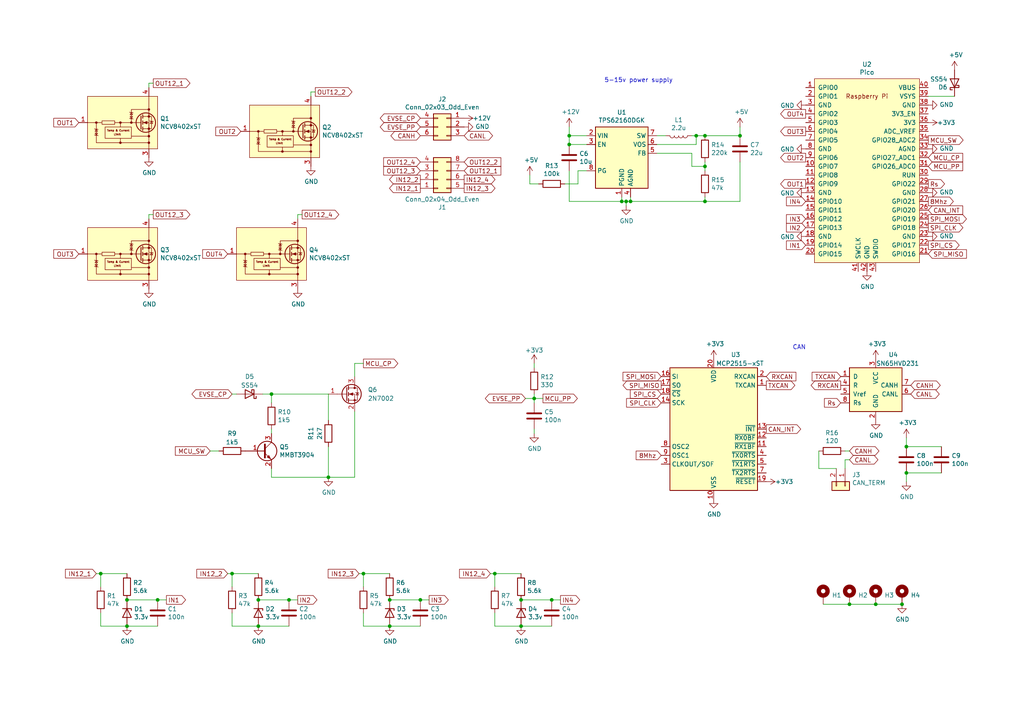
<source format=kicad_sch>
(kicad_sch (version 20211123) (generator eeschema)
  (paper "A4")
  (lib_symbols
    (symbol "Connector_Generic:Conn_01x02" (pin_names (offset 1.016) hide)
      (property "Reference" "J" (at 0 2.54 0))
      (property "Value" "Conn_01x02" (at 0 -5.08 0))
      (symbol "Conn_01x02_1_1"
        (pin passive line (at -5.08 0 0) (length 3.81) (name "Pin_1") (number "1"))
        (pin passive line (at -5.08 -2.54 0) (length 3.81) (name "Pin_2") (number "2"))
      )
    )
    (symbol "Connector_Generic:Conn_02x03_Top_Bottom" (pin_names (offset 1.016) hide)
      (property "Reference" "J" (at 1.27 5.08 0))
      (property "Value" "Conn_02x03_Top_Bottom" (at 1.27 -5.08 0))
      (symbol "Conn_02x03_Top_Bottom_1_1"
        (pin passive line (at -5.08 2.54 0) (length 3.81) (name "Pin_1") (number "1"))
        (pin passive line (at -5.08 0 0) (length 3.81) (name "Pin_2") (number "2"))
        (pin passive line (at -5.08 -2.54 0) (length 3.81) (name "Pin_3") (number "3"))
        (pin passive line (at 7.62 2.54 180) (length 3.81) (name "Pin_4") (number "4"))
        (pin passive line (at 7.62 0 180) (length 3.81) (name "Pin_5") (number "5"))
        (pin passive line (at 7.62 -2.54 180) (length 3.81) (name "Pin_6") (number "6"))
      )
    )
    (symbol "Connector_Generic:Conn_02x04_Top_Bottom" (pin_names (offset 1.016) hide)
      (property "Reference" "J" (at 1.27 5.08 0))
      (property "Value" "Conn_02x04_Top_Bottom" (at 1.27 -7.62 0))
      (symbol "Conn_02x04_Top_Bottom_1_1"
        (pin passive line (at -5.08 2.54 0) (length 3.81) (name "Pin_1") (number "1"))
        (pin passive line (at -5.08 0 0) (length 3.81) (name "Pin_2") (number "2"))
        (pin passive line (at -5.08 -2.54 0) (length 3.81) (name "Pin_3") (number "3"))
        (pin passive line (at -5.08 -5.08 0) (length 3.81) (name "Pin_4") (number "4"))
        (pin passive line (at 7.62 2.54 180) (length 3.81) (name "Pin_5") (number "5"))
        (pin passive line (at 7.62 0 180) (length 3.81) (name "Pin_6") (number "6"))
        (pin passive line (at 7.62 -2.54 180) (length 3.81) (name "Pin_7") (number "7"))
        (pin passive line (at 7.62 -5.08 180) (length 3.81) (name "Pin_8") (number "8"))
      )
    )
    (symbol "Device:C" (pin_numbers hide) (pin_names (offset 0.254))
      (property "Reference" "C" (at 0.635 2.54 0))
      (property "Value" "C" (at 0.635 -2.54 0))
      (symbol "C_1_1"
        (pin passive line (at 0 3.81 270) (length 2.794) (name "~") (number "1"))
        (pin passive line (at 0 -3.81 90) (length 2.794) (name "~") (number "2"))
      )
    )
    (symbol "Device:D_Schottky" (pin_numbers hide) (pin_names (offset 1.016) hide)
      (property "Reference" "D" (at 0 2.54 0))
      (property "Value" "D_Schottky" (at 0 -2.54 0))
      (symbol "D_Schottky_1_1"
        (pin passive line (at -3.81 0 0) (length 2.54) (name "K") (number "1"))
        (pin passive line (at 3.81 0 180) (length 2.54) (name "A") (number "2"))
      )
    )
    (symbol "Device:D_Zener" (pin_numbers hide) (pin_names (offset 1.016) hide)
      (property "Reference" "D" (at 0 2.54 0))
      (property "Value" "D_Zener" (at 0 -2.54 0))
      (symbol "D_Zener_1_1"
        (pin passive line (at -3.81 0 0) (length 2.54) (name "K") (number "1"))
        (pin passive line (at 3.81 0 180) (length 2.54) (name "A") (number "2"))
      )
    )
    (symbol "Device:L" (pin_numbers hide) (pin_names (offset 1.016) hide)
      (property "Reference" "L" (at -1.27 0 90))
      (property "Value" "L" (at 1.905 0 90))
      (symbol "L_1_1"
        (pin passive line (at 0 3.81 270) (length 1.27) (name "1") (number "1"))
        (pin passive line (at 0 -3.81 90) (length 1.27) (name "2") (number "2"))
      )
    )
    (symbol "Device:Q_NMOS_GSD" (pin_names (offset 0) hide)
      (property "Reference" "Q" (at 5.08 1.27 0))
      (property "Value" "Q_NMOS_GSD" (at 5.08 -1.27 0))
      (symbol "Q_NMOS_GSD_1_1"
        (pin input line (at -5.08 0 0) (length 2.54) (name "G") (number "1"))
        (pin passive line (at 2.54 -5.08 90) (length 2.54) (name "S") (number "2"))
        (pin passive line (at 2.54 5.08 270) (length 2.54) (name "D") (number "3"))
      )
    )
    (symbol "Device:R" (pin_numbers hide) (pin_names (offset 0))
      (property "Reference" "R" (at 2.032 0 90))
      (property "Value" "R" (at 0 0 90))
      (symbol "R_1_1"
        (pin passive line (at 0 3.81 270) (length 1.27) (name "~") (number "1"))
        (pin passive line (at 0 -3.81 90) (length 1.27) (name "~") (number "2"))
      )
    )
    (symbol "Driver_FET:NCV8402xST" (pin_names (offset 0) hide)
      (property "Reference" "Q" (at 5.08 8.89 0))
      (property "Value" "NCV8402xST" (at -11.43 8.89 0))
      (symbol "NCV8402xST_0_0"
        (text "Limit" (at -1.524 -3.429 0) (effects (font (size 0.5334 0.5334))))
        (text "Temp & Current" (at -1.27 -2.286 0) (effects (font (size 0.5334 0.5334))))
      )
      (symbol "NCV8402xST_1_1"
        (pin input line (at -12.7 0 0) (length 2.54) (name "G") (number "1"))
        (pin passive line (at 7.62 10.16 270) (length 2.54) hide (name "D") (number "2"))
        (pin passive line (at 7.62 -10.16 90) (length 2.54) (name "S") (number "3"))
        (pin passive line (at 7.62 10.16 270) (length 2.54) (name "D") (number "4"))
      )
    )
    (symbol "Interface_CAN_LIN:MCP2515-xST"
      (property "Reference" "U" (at -10.16 19.685 0))
      (property "Value" "MCP2515-xST" (at 19.05 20.32 0))
      (symbol "MCP2515-xST_1_1"
        (pin output line (at 15.24 12.7 180) (length 2.54) (name "TXCAN") (number "1"))
        (pin power_in line (at 0 -20.32 90) (length 2.54) (name "VSS") (number "10"))
        (pin output line (at 15.24 -5.08 180) (length 2.54) (name "~{RX1BF}") (number "11"))
        (pin output line (at 15.24 -2.54 180) (length 2.54) (name "~{RX0BF}") (number "12"))
        (pin output line (at 15.24 0 180) (length 2.54) (name "~{INT}") (number "13"))
        (pin input line (at -15.24 7.62 0) (length 2.54) (name "SCK") (number "14"))
        (pin no_connect line (at -12.7 -2.54 0) (length 2.54) hide (name "NC") (number "15"))
        (pin input line (at -15.24 15.24 0) (length 2.54) (name "SI") (number "16"))
        (pin output line (at -15.24 12.7 0) (length 2.54) (name "SO") (number "17"))
        (pin input line (at -15.24 10.16 0) (length 2.54) (name "~{CS}") (number "18"))
        (pin input line (at 15.24 -15.24 180) (length 2.54) (name "~{RESET}") (number "19"))
        (pin input line (at 15.24 15.24 180) (length 2.54) (name "RXCAN") (number "2"))
        (pin power_in line (at 0 20.32 270) (length 2.54) (name "VDD") (number "20"))
        (pin output line (at -15.24 -10.16 0) (length 2.54) (name "CLKOUT/SOF") (number "3"))
        (pin input line (at 15.24 -7.62 180) (length 2.54) (name "~{TX0RTS}") (number "4"))
        (pin input line (at 15.24 -10.16 180) (length 2.54) (name "~{TX1RTS}") (number "5"))
        (pin no_connect line (at -12.7 0 0) (length 2.54) hide (name "NC") (number "6"))
        (pin input line (at 15.24 -12.7 180) (length 2.54) (name "~{TX2RTS}") (number "7"))
        (pin output line (at -15.24 -5.08 0) (length 2.54) (name "OSC2") (number "8"))
        (pin input line (at -15.24 -7.62 0) (length 2.54) (name "OSC1") (number "9"))
      )
    )
    (symbol "Interface_CAN_LIN:SN65HVD230" (pin_names (offset 1.016))
      (property "Reference" "U" (at -2.54 10.16 0))
      (property "Value" "SN65HVD230" (at -2.54 7.62 0))
      (symbol "SN65HVD230_1_1"
        (pin input line (at -10.16 2.54 0) (length 2.54) (name "D") (number "1"))
        (pin power_in line (at 0 -10.16 90) (length 2.54) (name "GND") (number "2"))
        (pin power_in line (at 0 7.62 270) (length 2.54) (name "VCC") (number "3"))
        (pin output line (at -10.16 0 0) (length 2.54) (name "R") (number "4"))
        (pin output line (at -10.16 -2.54 0) (length 2.54) (name "Vref") (number "5"))
        (pin bidirectional line (at 10.16 -2.54 180) (length 2.54) (name "CANL") (number "6"))
        (pin bidirectional line (at 10.16 0 180) (length 2.54) (name "CANH") (number "7"))
        (pin input line (at -10.16 -5.08 0) (length 2.54) (name "Rs") (number "8"))
      )
    )
    (symbol "MCU_RaspberryPi_and_Boards:Pico" (pin_names (offset 1.016))
      (property "Reference" "U" (at -13.97 27.94 0))
      (property "Value" "Pico" (at 0 19.05 0))
      (symbol "Pico_0_0"
        (text "Raspberry Pi" (at 0 21.59 0) (effects (font (size 1.27 1.27))))
      )
      (symbol "Pico_1_1"
        (pin bidirectional line (at -17.78 24.13 0) (length 2.54) (name "GPIO0") (number "1"))
        (pin bidirectional line (at -17.78 1.27 0) (length 2.54) (name "GPIO7") (number "10"))
        (pin bidirectional line (at -17.78 -1.27 0) (length 2.54) (name "GPIO8") (number "11"))
        (pin bidirectional line (at -17.78 -3.81 0) (length 2.54) (name "GPIO9") (number "12"))
        (pin power_in line (at -17.78 -6.35 0) (length 2.54) (name "GND") (number "13"))
        (pin bidirectional line (at -17.78 -8.89 0) (length 2.54) (name "GPIO10") (number "14"))
        (pin bidirectional line (at -17.78 -11.43 0) (length 2.54) (name "GPIO11") (number "15"))
        (pin bidirectional line (at -17.78 -13.97 0) (length 2.54) (name "GPIO12") (number "16"))
        (pin bidirectional line (at -17.78 -16.51 0) (length 2.54) (name "GPIO13") (number "17"))
        (pin power_in line (at -17.78 -19.05 0) (length 2.54) (name "GND") (number "18"))
        (pin bidirectional line (at -17.78 -21.59 0) (length 2.54) (name "GPIO14") (number "19"))
        (pin bidirectional line (at -17.78 21.59 0) (length 2.54) (name "GPIO1") (number "2"))
        (pin bidirectional line (at -17.78 -24.13 0) (length 2.54) (name "GPIO15") (number "20"))
        (pin bidirectional line (at 17.78 -24.13 180) (length 2.54) (name "GPIO16") (number "21"))
        (pin bidirectional line (at 17.78 -21.59 180) (length 2.54) (name "GPIO17") (number "22"))
        (pin power_in line (at 17.78 -19.05 180) (length 2.54) (name "GND") (number "23"))
        (pin bidirectional line (at 17.78 -16.51 180) (length 2.54) (name "GPIO18") (number "24"))
        (pin bidirectional line (at 17.78 -13.97 180) (length 2.54) (name "GPIO19") (number "25"))
        (pin bidirectional line (at 17.78 -11.43 180) (length 2.54) (name "GPIO20") (number "26"))
        (pin bidirectional line (at 17.78 -8.89 180) (length 2.54) (name "GPIO21") (number "27"))
        (pin power_in line (at 17.78 -6.35 180) (length 2.54) (name "GND") (number "28"))
        (pin bidirectional line (at 17.78 -3.81 180) (length 2.54) (name "GPIO22") (number "29"))
        (pin power_in line (at -17.78 19.05 0) (length 2.54) (name "GND") (number "3"))
        (pin input line (at 17.78 -1.27 180) (length 2.54) (name "RUN") (number "30"))
        (pin bidirectional line (at 17.78 1.27 180) (length 2.54) (name "GPIO26_ADC0") (number "31"))
        (pin bidirectional line (at 17.78 3.81 180) (length 2.54) (name "GPIO27_ADC1") (number "32"))
        (pin power_in line (at 17.78 6.35 180) (length 2.54) (name "AGND") (number "33"))
        (pin bidirectional line (at 17.78 8.89 180) (length 2.54) (name "GPIO28_ADC2") (number "34"))
        (pin unspecified line (at 17.78 11.43 180) (length 2.54) (name "ADC_VREF") (number "35"))
        (pin unspecified line (at 17.78 13.97 180) (length 2.54) (name "3V3") (number "36"))
        (pin input line (at 17.78 16.51 180) (length 2.54) (name "3V3_EN") (number "37"))
        (pin bidirectional line (at 17.78 19.05 180) (length 2.54) (name "GND") (number "38"))
        (pin unspecified line (at 17.78 21.59 180) (length 2.54) (name "VSYS") (number "39"))
        (pin bidirectional line (at -17.78 16.51 0) (length 2.54) (name "GPIO2") (number "4"))
        (pin unspecified line (at 17.78 24.13 180) (length 2.54) (name "VBUS") (number "40"))
        (pin input line (at -2.54 -29.21 90) (length 2.54) (name "SWCLK") (number "41"))
        (pin power_in line (at 0 -29.21 90) (length 2.54) (name "GND") (number "42"))
        (pin bidirectional line (at 2.54 -29.21 90) (length 2.54) (name "SWDIO") (number "43"))
        (pin bidirectional line (at -17.78 13.97 0) (length 2.54) (name "GPIO3") (number "5"))
        (pin bidirectional line (at -17.78 11.43 0) (length 2.54) (name "GPIO4") (number "6"))
        (pin bidirectional line (at -17.78 8.89 0) (length 2.54) (name "GPIO5") (number "7"))
        (pin power_in line (at -17.78 6.35 0) (length 2.54) (name "GND") (number "8"))
        (pin bidirectional line (at -17.78 3.81 0) (length 2.54) (name "GPIO6") (number "9"))
      )
    )
    (symbol "Mechanical:MountingHole_Pad" (pin_numbers hide) (pin_names (offset 1.016) hide)
      (property "Reference" "H" (at 0 6.35 0))
      (property "Value" "MountingHole_Pad" (at 0 4.445 0))
      (symbol "MountingHole_Pad_1_1"
        (pin input line (at 0 -2.54 90) (length 2.54) (name "1") (number "1"))
      )
    )
    (symbol "Regulator_Switching:TPS62160DGK"
      (property "Reference" "U" (at -7.62 11.43 0))
      (property "Value" "TPS62160DGK" (at -1.27 11.43 0))
      (symbol "TPS62160DGK_1_1"
        (pin power_in line (at 0 -10.16 90) (length 2.54) (name "PGND") (number "1"))
        (pin power_in line (at -10.16 7.62 0) (length 2.54) (name "VIN") (number "2"))
        (pin input line (at -10.16 5.08 0) (length 2.54) (name "EN") (number "3"))
        (pin power_in line (at 2.54 -10.16 90) (length 2.54) (name "AGND") (number "4"))
        (pin input line (at 10.16 2.54 180) (length 2.54) (name "FB") (number "5"))
        (pin input line (at 10.16 5.08 180) (length 2.54) (name "VOS") (number "6"))
        (pin output line (at 10.16 7.62 180) (length 2.54) (name "SW") (number "7"))
        (pin open_collector line (at -10.16 -2.54 0) (length 2.54) (name "PG") (number "8"))
      )
    )
    (symbol "Transistor_BJT:MMBT3904" (pin_names (offset 0) hide)
      (property "Reference" "Q" (at 5.08 1.905 0))
      (property "Value" "MMBT3904" (at 5.08 0 0))
      (symbol "MMBT3904_1_1"
        (pin input line (at -5.08 0 0) (length 5.715) (name "B") (number "1"))
        (pin passive line (at 2.54 -5.08 90) (length 2.54) (name "E") (number "2"))
        (pin passive line (at 2.54 5.08 270) (length 2.54) (name "C") (number "3"))
      )
    )
    (symbol "power:+12V" (power) (pin_names (offset 0))
      (property "Value" "+12V" (at 0 3.556 0))
      (symbol "+12V_1_1"
        (pin power_in line (at 0 0 90) (length 0) hide (name "+12V") (number "1"))
      )
    )
    (symbol "power:+3V3" (power) (pin_names (offset 0))
      (property "Value" "+3V3" (at 0 3.556 0))
      (symbol "+3V3_1_1"
        (pin power_in line (at 0 0 90) (length 0) hide (name "+3V3") (number "1"))
      )
    )
    (symbol "power:+5V" (power) (pin_names (offset 0))
      (property "Value" "+5V" (at 0 3.556 0))
      (symbol "+5V_1_1"
        (pin power_in line (at 0 0 90) (length 0) hide (name "+5V") (number "1"))
      )
    )
    (symbol "power:GND" (power) (pin_names (offset 0))
      (property "Value" "GND" (at 0 -3.81 0))
      (symbol "GND_1_1"
        (pin power_in line (at 0 0 270) (length 0) hide (name "GND") (number "1"))
      )
    )
  )
  (junction (at 83.82 173.99))
  (junction (at 36.83 181.61))
  (junction (at 254 175.26))
  (junction (at 151.13 173.99))
  (junction (at 182.88 58.42))
  (junction (at 165.1 41.91))
  (junction (at 262.89 129.54))
  (junction (at 262.89 137.16))
  (junction (at 74.93 181.61))
  (junction (at 246.38 175.26))
  (junction (at 67.31 166.37))
  (junction (at 151.13 181.61))
  (junction (at 165.1 39.37))
  (junction (at 45.72 173.99))
  (junction (at 261.62 175.26))
  (junction (at 154.94 115.57))
  (junction (at 105.41 166.37))
  (junction (at 121.92 173.99))
  (junction (at 95.25 138.43))
  (junction (at 36.83 173.99))
  (junction (at 180.34 58.42))
  (junction (at 74.93 173.99))
  (junction (at 204.47 39.37))
  (junction (at 113.03 173.99))
  (junction (at 29.21 166.37))
  (junction (at 204.47 58.42))
  (junction (at 160.02 173.99))
  (junction (at 214.63 39.37))
  (junction (at 113.03 181.61))
  (junction (at 78.74 114.3))
  (junction (at 201.93 39.37))
  (junction (at 181.61 58.42))
  (junction (at 143.51 166.37))
  (junction (at 204.47 48.26))
  (wire (pts (xy 104.14 166.37) (xy 105.41 166.37)))
  (wire (pts (xy 95.25 129.54) (xy 95.25 138.43)))
  (wire (pts (xy 165.1 39.37) (xy 170.18 39.37)))
  (wire (pts (xy 105.41 170.18) (xy 105.41 166.37)))
  (wire (pts (xy 182.88 58.42) (xy 204.47 58.42)))
  (wire (pts (xy 180.34 58.42) (xy 180.34 57.15)))
  (wire (pts (xy 44.45 62.23) (xy 43.18 62.23)))
  (wire (pts (xy 246.38 175.26) (xy 254 175.26)))
  (wire (pts (xy 245.11 130.81) (xy 246.38 130.81)))
  (wire (pts (xy 262.89 129.54) (xy 273.05 129.54)))
  (wire (pts (xy 181.61 58.42) (xy 180.34 58.42)))
  (wire (pts (xy 167.64 49.53) (xy 170.18 49.53)))
  (wire (pts (xy 67.31 166.37) (xy 74.93 166.37)))
  (wire (pts (xy 204.47 48.26) (xy 204.47 49.53)))
  (wire (pts (xy 121.92 173.99) (xy 124.46 173.99)))
  (wire (pts (xy 74.93 173.99) (xy 83.82 173.99)))
  (wire (pts (xy 154.94 115.57) (xy 157.48 115.57)))
  (wire (pts (xy 76.2 114.3) (xy 78.74 114.3)))
  (wire (pts (xy 90.17 26.67) (xy 90.17 27.94)))
  (wire (pts (xy 245.11 133.35) (xy 245.11 135.89)))
  (wire (pts (xy 105.41 105.41) (xy 102.87 105.41)))
  (wire (pts (xy 182.88 57.15) (xy 182.88 58.42)))
  (wire (pts (xy 151.13 173.99) (xy 160.02 173.99)))
  (wire (pts (xy 78.74 138.43) (xy 95.25 138.43)))
  (wire (pts (xy 214.63 58.42) (xy 214.63 46.99)))
  (wire (pts (xy 83.82 173.99) (xy 86.36 173.99)))
  (wire (pts (xy 204.47 39.37) (xy 214.63 39.37)))
  (wire (pts (xy 154.94 105.41) (xy 154.94 106.68)))
  (wire (pts (xy 44.45 24.13) (xy 43.18 24.13)))
  (wire (pts (xy 91.44 26.67) (xy 90.17 26.67)))
  (wire (pts (xy 78.74 124.46) (xy 78.74 125.73)))
  (wire (pts (xy 29.21 181.61) (xy 36.83 181.61)))
  (wire (pts (xy 67.31 114.3) (xy 68.58 114.3)))
  (wire (pts (xy 204.47 58.42) (xy 204.47 57.15)))
  (wire (pts (xy 167.64 53.34) (xy 167.64 49.53)))
  (wire (pts (xy 102.87 105.41) (xy 102.87 109.22)))
  (wire (pts (xy 113.03 181.61) (xy 121.92 181.61)))
  (wire (pts (xy 113.03 173.99) (xy 121.92 173.99)))
  (wire (pts (xy 86.36 62.23) (xy 86.36 63.5)))
  (wire (pts (xy 154.94 124.46) (xy 154.94 125.73)))
  (wire (pts (xy 165.1 41.91) (xy 165.1 39.37)))
  (wire (pts (xy 154.94 114.3) (xy 154.94 115.57)))
  (wire (pts (xy 165.1 49.53) (xy 165.1 58.42)))
  (wire (pts (xy 237.49 135.89) (xy 237.49 130.81)))
  (wire (pts (xy 262.89 137.16) (xy 262.89 139.7)))
  (wire (pts (xy 200.66 48.26) (xy 204.47 48.26)))
  (wire (pts (xy 143.51 181.61) (xy 151.13 181.61)))
  (wire (pts (xy 105.41 181.61) (xy 113.03 181.61)))
  (wire (pts (xy 29.21 177.8) (xy 29.21 181.61)))
  (wire (pts (xy 201.93 39.37) (xy 204.47 39.37)))
  (wire (pts (xy 201.93 39.37) (xy 201.93 41.91)))
  (wire (pts (xy 143.51 166.37) (xy 151.13 166.37)))
  (wire (pts (xy 143.51 177.8) (xy 143.51 181.61)))
  (wire (pts (xy 262.89 137.16) (xy 273.05 137.16)))
  (wire (pts (xy 182.88 58.42) (xy 181.61 58.42)))
  (wire (pts (xy 163.83 53.34) (xy 167.64 53.34)))
  (wire (pts (xy 153.67 53.34) (xy 156.21 53.34)))
  (wire (pts (xy 102.87 119.38) (xy 102.87 138.43)))
  (wire (pts (xy 95.25 114.3) (xy 95.25 121.92)))
  (wire (pts (xy 27.94 166.37) (xy 29.21 166.37)))
  (wire (pts (xy 160.02 173.99) (xy 162.56 173.99)))
  (wire (pts (xy 45.72 173.99) (xy 48.26 173.99)))
  (wire (pts (xy 246.38 133.35) (xy 245.11 133.35)))
  (wire (pts (xy 204.47 48.26) (xy 204.47 46.99)))
  (wire (pts (xy 190.5 41.91) (xy 201.93 41.91)))
  (wire (pts (xy 43.18 24.13) (xy 43.18 25.4)))
  (wire (pts (xy 29.21 166.37) (xy 36.83 166.37)))
  (wire (pts (xy 165.1 58.42) (xy 180.34 58.42)))
  (wire (pts (xy 190.5 44.45) (xy 200.66 44.45)))
  (wire (pts (xy 87.63 62.23) (xy 86.36 62.23)))
  (wire (pts (xy 143.51 170.18) (xy 143.51 166.37)))
  (wire (pts (xy 67.31 177.8) (xy 67.31 181.61)))
  (wire (pts (xy 78.74 116.84) (xy 78.74 114.3)))
  (wire (pts (xy 262.89 127) (xy 262.89 129.54)))
  (wire (pts (xy 190.5 39.37) (xy 193.04 39.37)))
  (wire (pts (xy 214.63 36.83) (xy 214.63 39.37)))
  (wire (pts (xy 66.04 166.37) (xy 67.31 166.37)))
  (wire (pts (xy 276.86 27.94) (xy 269.24 27.94)))
  (wire (pts (xy 200.66 44.45) (xy 200.66 48.26)))
  (wire (pts (xy 74.93 181.61) (xy 83.82 181.61)))
  (wire (pts (xy 151.13 181.61) (xy 160.02 181.61)))
  (wire (pts (xy 105.41 177.8) (xy 105.41 181.61)))
  (wire (pts (xy 67.31 170.18) (xy 67.31 166.37)))
  (wire (pts (xy 36.83 181.61) (xy 45.72 181.61)))
  (wire (pts (xy 142.24 166.37) (xy 143.51 166.37)))
  (wire (pts (xy 154.94 116.84) (xy 154.94 115.57)))
  (wire (pts (xy 200.66 39.37) (xy 201.93 39.37)))
  (wire (pts (xy 102.87 138.43) (xy 95.25 138.43)))
  (wire (pts (xy 60.96 130.81) (xy 63.5 130.81)))
  (wire (pts (xy 153.67 50.8) (xy 153.67 53.34)))
  (wire (pts (xy 238.76 175.26) (xy 246.38 175.26)))
  (wire (pts (xy 67.31 181.61) (xy 74.93 181.61)))
  (wire (pts (xy 78.74 135.89) (xy 78.74 138.43)))
  (wire (pts (xy 170.18 41.91) (xy 165.1 41.91)))
  (wire (pts (xy 181.61 59.69) (xy 181.61 58.42)))
  (wire (pts (xy 105.41 166.37) (xy 113.03 166.37)))
  (wire (pts (xy 254 175.26) (xy 261.62 175.26)))
  (wire (pts (xy 36.83 173.99) (xy 45.72 173.99)))
  (wire (pts (xy 29.21 170.18) (xy 29.21 166.37)))
  (wire (pts (xy 43.18 62.23) (xy 43.18 63.5)))
  (wire (pts (xy 165.1 36.83) (xy 165.1 39.37)))
  (wire (pts (xy 204.47 58.42) (xy 214.63 58.42)))
  (wire (pts (xy 95.25 114.3) (xy 78.74 114.3)))
  (wire (pts (xy 152.4 115.57) (xy 154.94 115.57)))
  (wire (pts (xy 242.57 135.89) (xy 237.49 135.89)))
  (text "CAN" (at 229.87 101.6 0) (effects (font (size 1.27 1.27)) (justify left bottom)))
  (text "5-15v power supply" (at 175.26 24.13 0) (effects (font (size 1.27 1.27)) (justify left bottom)))
  (global_label "CAN_INT" (shape output) (at 222.25 124.46 0) (property "Intersheet References" "${INTERSHEET_REFS}" (effects hide)))
  (global_label "CANL" (shape bidirectional) (at 246.38 133.35 0) (property "Intersheet References" "${INTERSHEET_REFS}" (effects hide)))
  (global_label "IN12_3" (shape input) (at 104.14 166.37 180) (property "Intersheet References" "${INTERSHEET_REFS}" (effects hide)))
  (global_label "RXCAN" (shape output) (at 243.84 111.76 180) (property "Intersheet References" "${INTERSHEET_REFS}" (effects hide)))
  (global_label "IN2" (shape output) (at 86.36 173.99 0) (property "Intersheet References" "${INTERSHEET_REFS}" (effects hide)))
  (global_label "IN3" (shape output) (at 124.46 173.99 0) (property "Intersheet References" "${INTERSHEET_REFS}" (effects hide)))
  (global_label "EVSE_CP" (shape bidirectional) (at 67.31 114.3 180) (property "Intersheet References" "${INTERSHEET_REFS}" (effects hide)))
  (global_label "IN12_1" (shape input) (at 27.94 166.37 180) (property "Intersheet References" "${INTERSHEET_REFS}" (effects hide)))
  (global_label "IN12_2" (shape input) (at 66.04 166.37 180) (property "Intersheet References" "${INTERSHEET_REFS}" (effects hide)))
  (global_label "8Mhz" (shape output) (at 269.24 58.42 0) (property "Intersheet References" "${INTERSHEET_REFS}" (effects hide)))
  (global_label "OUT2" (shape output) (at 233.68 45.72 180) (property "Intersheet References" "${INTERSHEET_REFS}" (effects hide)))
  (global_label "OUT12_3" (shape output) (at 44.45 62.23 0) (property "Intersheet References" "${INTERSHEET_REFS}" (effects hide)))
  (global_label "Rs" (shape input) (at 243.84 116.84 180) (property "Intersheet References" "${INTERSHEET_REFS}" (effects hide)))
  (global_label "MCU_SW" (shape input) (at 60.96 130.81 180) (property "Intersheet References" "${INTERSHEET_REFS}" (effects hide)))
  (global_label "CANH" (shape bidirectional) (at 121.92 39.37 180) (property "Intersheet References" "${INTERSHEET_REFS}" (effects hide)))
  (global_label "TXCAN" (shape input) (at 243.84 109.22 180) (property "Intersheet References" "${INTERSHEET_REFS}" (effects hide)))
  (global_label "IN1" (shape input) (at 233.68 71.12 180) (property "Intersheet References" "${INTERSHEET_REFS}" (effects hide)))
  (global_label "MCU_PP" (shape output) (at 157.48 115.57 0) (property "Intersheet References" "${INTERSHEET_REFS}" (effects hide)))
  (global_label "OUT12_2" (shape input) (at 134.62 46.99 0) (property "Intersheet References" "${INTERSHEET_REFS}" (effects hide)))
  (global_label "OUT4" (shape output) (at 233.68 33.02 180) (property "Intersheet References" "${INTERSHEET_REFS}" (effects hide)))
  (global_label "MCU_SW" (shape output) (at 269.24 40.64 0) (property "Intersheet References" "${INTERSHEET_REFS}" (effects hide)))
  (global_label "OUT12_4" (shape input) (at 121.92 46.99 180) (property "Intersheet References" "${INTERSHEET_REFS}" (effects hide)))
  (global_label "MCU_CP" (shape input) (at 269.24 45.72 0) (property "Intersheet References" "${INTERSHEET_REFS}" (effects hide)))
  (global_label "EVSE_PP" (shape bidirectional) (at 121.92 36.83 180) (property "Intersheet References" "${INTERSHEET_REFS}" (effects hide)))
  (global_label "CAN_INT" (shape input) (at 269.24 60.96 0) (property "Intersheet References" "${INTERSHEET_REFS}" (effects hide)))
  (global_label "OUT12_4" (shape output) (at 87.63 62.23 0) (property "Intersheet References" "${INTERSHEET_REFS}" (effects hide)))
  (global_label "OUT3" (shape output) (at 233.68 38.1 180) (property "Intersheet References" "${INTERSHEET_REFS}" (effects hide)))
  (global_label "OUT4" (shape input) (at 66.04 73.66 180) (property "Intersheet References" "${INTERSHEET_REFS}" (effects hide)))
  (global_label "TXCAN" (shape output) (at 222.25 111.76 0) (property "Intersheet References" "${INTERSHEET_REFS}" (effects hide)))
  (global_label "IN4" (shape output) (at 162.56 173.99 0) (property "Intersheet References" "${INTERSHEET_REFS}" (effects hide)))
  (global_label "IN12_1" (shape output) (at 121.92 54.61 180) (property "Intersheet References" "${INTERSHEET_REFS}" (effects hide)))
  (global_label "IN2" (shape input) (at 233.68 66.04 180) (property "Intersheet References" "${INTERSHEET_REFS}" (effects hide)))
  (global_label "OUT12_3" (shape input) (at 121.92 49.53 180) (property "Intersheet References" "${INTERSHEET_REFS}" (effects hide)))
  (global_label "IN12_2" (shape output) (at 121.92 52.07 180) (property "Intersheet References" "${INTERSHEET_REFS}" (effects hide)))
  (global_label "SPI_CS" (shape output) (at 269.24 71.12 0) (property "Intersheet References" "${INTERSHEET_REFS}" (effects hide)))
  (global_label "SPI_MISO" (shape input) (at 269.24 73.66 0) (property "Intersheet References" "${INTERSHEET_REFS}" (effects hide)))
  (global_label "EVSE_PP" (shape bidirectional) (at 152.4 115.57 180) (property "Intersheet References" "${INTERSHEET_REFS}" (effects hide)))
  (global_label "SPI_CLK" (shape input) (at 191.77 116.84 180) (property "Intersheet References" "${INTERSHEET_REFS}" (effects hide)))
  (global_label "IN12_4" (shape output) (at 134.62 52.07 0) (property "Intersheet References" "${INTERSHEET_REFS}" (effects hide)))
  (global_label "IN3" (shape input) (at 233.68 63.5 180) (property "Intersheet References" "${INTERSHEET_REFS}" (effects hide)))
  (global_label "SPI_CLK" (shape output) (at 269.24 66.04 0) (property "Intersheet References" "${INTERSHEET_REFS}" (effects hide)))
  (global_label "OUT3" (shape input) (at 22.86 73.66 180) (property "Intersheet References" "${INTERSHEET_REFS}" (effects hide)))
  (global_label "SPI_MOSI" (shape input) (at 191.77 109.22 180) (property "Intersheet References" "${INTERSHEET_REFS}" (effects hide)))
  (global_label "Rs" (shape output) (at 269.24 53.34 0) (property "Intersheet References" "${INTERSHEET_REFS}" (effects hide)))
  (global_label "OUT12_1" (shape output) (at 44.45 24.13 0) (property "Intersheet References" "${INTERSHEET_REFS}" (effects hide)))
  (global_label "OUT1" (shape output) (at 233.68 53.34 180) (property "Intersheet References" "${INTERSHEET_REFS}" (effects hide)))
  (global_label "OUT12_2" (shape output) (at 91.44 26.67 0) (property "Intersheet References" "${INTERSHEET_REFS}" (effects hide)))
  (global_label "OUT12_1" (shape input) (at 134.62 49.53 0) (property "Intersheet References" "${INTERSHEET_REFS}" (effects hide)))
  (global_label "CANL" (shape bidirectional) (at 134.62 39.37 0) (property "Intersheet References" "${INTERSHEET_REFS}" (effects hide)))
  (global_label "CANH" (shape bidirectional) (at 264.16 111.76 0) (property "Intersheet References" "${INTERSHEET_REFS}" (effects hide)))
  (global_label "CANL" (shape bidirectional) (at 264.16 114.3 0) (property "Intersheet References" "${INTERSHEET_REFS}" (effects hide)))
  (global_label "SPI_MISO" (shape output) (at 191.77 111.76 180) (property "Intersheet References" "${INTERSHEET_REFS}" (effects hide)))
  (global_label "MCU_PP" (shape input) (at 269.24 48.26 0) (property "Intersheet References" "${INTERSHEET_REFS}" (effects hide)))
  (global_label "RXCAN" (shape input) (at 222.25 109.22 0) (property "Intersheet References" "${INTERSHEET_REFS}" (effects hide)))
  (global_label "IN12_3" (shape output) (at 134.62 54.61 0) (property "Intersheet References" "${INTERSHEET_REFS}" (effects hide)))
  (global_label "IN4" (shape input) (at 233.68 58.42 180) (property "Intersheet References" "${INTERSHEET_REFS}" (effects hide)))
  (global_label "OUT2" (shape input) (at 69.85 38.1 180) (property "Intersheet References" "${INTERSHEET_REFS}" (effects hide)))
  (global_label "IN1" (shape output) (at 48.26 173.99 0) (property "Intersheet References" "${INTERSHEET_REFS}" (effects hide)))
  (global_label "MCU_CP" (shape output) (at 105.41 105.41 0) (property "Intersheet References" "${INTERSHEET_REFS}" (effects hide)))
  (global_label "IN12_4" (shape input) (at 142.24 166.37 180) (property "Intersheet References" "${INTERSHEET_REFS}" (effects hide)))
  (global_label "EVSE_CP" (shape bidirectional) (at 121.92 34.29 180) (property "Intersheet References" "${INTERSHEET_REFS}" (effects hide)))
  (global_label "SPI_MOSI" (shape output) (at 269.24 63.5 0) (property "Intersheet References" "${INTERSHEET_REFS}" (effects hide)))
  (global_label "8Mhz" (shape input) (at 191.77 132.08 180) (property "Intersheet References" "${INTERSHEET_REFS}" (effects hide)))
  (global_label "OUT1" (shape input) (at 22.86 35.56 180) (property "Intersheet References" "${INTERSHEET_REFS}" (effects hide)))
  (global_label "CANH" (shape bidirectional) (at 246.38 130.81 0) (property "Intersheet References" "${INTERSHEET_REFS}" (effects hide)))
  (global_label "SPI_CS" (shape input) (at 191.77 114.3 180) (property "Intersheet References" "${INTERSHEET_REFS}" (effects hide)))
  (symbol (lib_id "MCU_RaspberryPi_and_Boards:Pico") (at 251.46 49.53 0) (unit 1)
    (property "Reference" "U2" (at 251.46 18.669 0))
    (property "Value" "Pico" (at 251.46 20.9804 0))
    (property "Footprint" "footprints:RPi_Pico_SMD_TH" (effects hide))
  )
  (symbol (lib_id "Interface_CAN_LIN:MCP2515-xST") (at 207.01 124.46 0) (unit 1)
    (property "Reference" "U3" (at 213.36 102.87 0))
    (property "Value" "MCP2515-xST" (at 214.63 105.41 0))
    (property "Footprint" "Package_SO:TSSOP-20_4.4x6.5mm_P0.65mm" (effects hide))
    (property "Datasheet" "http://ww1.microchip.com/downloads/en/DeviceDoc/21801e.pdf" (effects hide))
    (property "LCSC" "C15193" (effects hide))
  )
  (symbol (lib_id "power:+5V") (at 276.86 20.32 0) (unit 1)
    (property "Reference" "#PWR029" (effects hide))
    (property "Value" "+5V" (at 277.241 15.9258 0))
  )
  (symbol (lib_id "Regulator_Switching:TPS62160DGK") (at 180.34 46.99 0) (unit 1)
    (property "Reference" "U1" (at 180.34 32.5882 0))
    (property "Value" "TPS62160DGK" (at 180.34 34.8996 0))
    (property "Footprint" "Package_SO:MSOP-8_3x3mm_P0.65mm" (effects hide))
    (property "Datasheet" "http://www.ti.com/lit/ds/symlink/tps62160.pdf" (effects hide))
    (property "LCSC" "C60726" (effects hide))
  )
  (symbol (lib_id "power:+12V") (at 165.1 36.83 0) (unit 1)
    (property "Reference" "#PWR015" (effects hide))
    (property "Value" "+12V" (at 165.481 32.4358 0))
  )
  (symbol (lib_id "power:GND") (at 269.24 30.48 90) (unit 1)
    (property "Reference" "#PWR024" (effects hide))
    (property "Value" "GND" (at 272.4912 30.353 90) (effects (justify right)))
  )
  (symbol (lib_id "power:GND") (at 269.24 55.88 90) (unit 1)
    (property "Reference" "#PWR027" (effects hide))
    (property "Value" "GND" (at 272.4912 55.753 90) (effects (justify right)))
  )
  (symbol (lib_id "power:GND") (at 269.24 68.58 90) (unit 1)
    (property "Reference" "#PWR028" (effects hide))
    (property "Value" "GND" (at 272.4912 68.453 90) (effects (justify right)))
  )
  (symbol (lib_id "power:GND") (at 233.68 68.58 270) (unit 1)
    (property "Reference" "#PWR021" (effects hide))
    (property "Value" "GND" (at 230.4288 68.707 90) (effects (justify right)))
  )
  (symbol (lib_id "Device:L") (at 196.85 39.37 270) (unit 1)
    (property "Reference" "L1" (at 196.85 34.7726 90))
    (property "Value" "2.2u" (at 196.85 37.084 90))
    (property "Footprint" "Inductor_SMD:L_Neosid_SMS-ME3015" (effects hide))
    (property "LCSC" "C43389" (effects hide))
  )
  (symbol (lib_id "Device:C") (at 165.1 45.72 0) (unit 1)
    (property "Reference" "C6" (at 168.021 44.5516 0) (effects (justify left)))
    (property "Value" "10u" (at 168.021 46.863 0) (effects (justify left)))
    (property "Footprint" "Capacitor_SMD:C_1210_3225Metric" (effects hide))
    (property "LCSC" "C77102" (effects hide))
  )
  (symbol (lib_id "power:GND") (at 233.68 30.48 270) (unit 1)
    (property "Reference" "#PWR018" (effects hide))
    (property "Value" "GND" (at 230.4288 30.607 90) (effects (justify right)))
  )
  (symbol (lib_id "Device:D_Schottky") (at 276.86 24.13 90) (unit 1)
    (property "Reference" "D6" (at 274.828 25.2984 90) (effects (justify left)))
    (property "Value" "SS54" (at 274.828 22.987 90) (effects (justify left)))
    (property "Footprint" "Diode_SMD:D_SMA" (effects hide))
    (property "LCSC" "C22452" (effects hide))
  )
  (symbol (lib_id "power:+3V3") (at 269.24 35.56 270) (unit 1)
    (property "Reference" "#PWR025" (effects hide))
    (property "Value" "+3V3" (at 271.78 35.56 90) (effects (justify left)))
  )
  (symbol (lib_id "Device:C") (at 214.63 43.18 0) (unit 1)
    (property "Reference" "C7" (at 217.551 42.0116 0) (effects (justify left)))
    (property "Value" "22u" (at 217.551 44.323 0) (effects (justify left)))
    (property "Footprint" "Capacitor_SMD:C_1206_3216Metric" (effects hide))
    (property "LCSC" "C5672" (effects hide))
  )
  (symbol (lib_id "power:GND") (at 181.61 59.69 0) (unit 1)
    (property "Reference" "#PWR016" (effects hide))
    (property "Value" "GND" (at 181.737 64.0842 0))
  )
  (symbol (lib_id "Interface_CAN_LIN:SN65HVD230") (at 254 111.76 0) (unit 1)
    (property "Reference" "U4" (at 259.08 102.87 0))
    (property "Value" "SN65HVD231" (at 260.35 105.41 0))
    (property "Footprint" "Package_SO:SOIC-8_3.9x4.9mm_P1.27mm" (effects hide))
    (property "Datasheet" "http://www.ti.com/lit/ds/symlink/sn65hvd230.pdf" (effects hide))
    (property "LCSC" "C129257" (effects hide))
  )
  (symbol (lib_id "Device:R") (at 204.47 43.18 0) (unit 1)
    (property "Reference" "R14" (at 206.248 42.0116 0) (effects (justify left)))
    (property "Value" "220k" (at 206.248 44.323 0) (effects (justify left)))
    (property "Footprint" "Resistor_SMD:R_0603_1608Metric" (effects hide))
    (property "LCSC" "C22961" (effects hide))
  )
  (symbol (lib_id "Device:R") (at 204.47 53.34 0) (unit 1)
    (property "Reference" "R15" (at 206.248 52.1716 0) (effects (justify left)))
    (property "Value" "47k" (at 206.248 54.483 0) (effects (justify left)))
    (property "Footprint" "Resistor_SMD:R_0603_1608Metric" (effects hide))
    (property "LCSC" "C25819" (effects hide))
  )
  (symbol (lib_id "Device:C") (at 262.89 133.35 0) (unit 1)
    (property "Reference" "C8" (at 265.811 132.1816 0) (effects (justify left)))
    (property "Value" "100n" (at 265.811 134.493 0) (effects (justify left)))
    (property "Footprint" "Capacitor_SMD:C_0603_1608Metric" (effects hide))
    (property "LCSC" "C14663" (effects hide))
  )
  (symbol (lib_id "Device:C") (at 273.05 133.35 0) (unit 1)
    (property "Reference" "C9" (at 275.971 132.1816 0) (effects (justify left)))
    (property "Value" "100n" (at 275.971 134.493 0) (effects (justify left)))
    (property "Footprint" "Capacitor_SMD:C_0603_1608Metric" (effects hide))
    (property "LCSC" "C14663" (effects hide))
  )
  (symbol (lib_id "Connector_Generic:Conn_01x02") (at 245.11 140.97 270) (unit 1)
    (property "Reference" "J3" (at 247.142 137.7188 90) (effects (justify left)))
    (property "Value" "CAN_TERM" (at 247.142 140.0302 90) (effects (justify left)))
    (property "Footprint" "Connector_PinHeader_2.54mm:PinHeader_1x02_P2.54mm_Vertical" (effects hide))
  )
  (symbol (lib_id "Device:R") (at 241.3 130.81 90) (unit 1)
    (property "Reference" "R16" (at 241.3 125.5522 90))
    (property "Value" "120" (at 241.3 127.8636 90))
    (property "Footprint" "Resistor_SMD:R_1206_3216Metric" (effects hide))
    (property "LCSC" "C17909" (effects hide))
  )
  (symbol (lib_id "power:+3V3") (at 262.89 127 0) (unit 1)
    (property "Reference" "#PWR035" (effects hide))
    (property "Value" "+3V3" (at 263.271 122.6058 0))
  )
  (symbol (lib_id "power:GND") (at 262.89 139.7 0) (unit 1)
    (property "Reference" "#PWR036" (effects hide))
    (property "Value" "GND" (at 263.017 144.0942 0))
  )
  (symbol (lib_id "power:+3V3") (at 222.25 139.7 270) (unit 1)
    (property "Reference" "#PWR032" (effects hide))
    (property "Value" "+3V3" (at 224.79 139.7 90) (effects (justify left)))
  )
  (symbol (lib_id "power:+5V") (at 214.63 36.83 0) (unit 1)
    (property "Reference" "#PWR017" (effects hide))
    (property "Value" "+5V" (at 215.011 32.4358 0))
  )
  (symbol (lib_id "power:GND") (at 251.46 78.74 0) (unit 1)
    (property "Reference" "#PWR022" (effects hide))
    (property "Value" "GND" (at 251.587 83.1342 0))
  )
  (symbol (lib_id "power:GND") (at 207.01 144.78 0) (unit 1)
    (property "Reference" "#PWR031" (effects hide))
    (property "Value" "GND" (at 207.137 149.1742 0))
  )
  (symbol (lib_id "power:+3V3") (at 207.01 104.14 0) (unit 1)
    (property "Reference" "#PWR030" (effects hide))
    (property "Value" "+3V3" (at 207.391 99.7458 0))
  )
  (symbol (lib_id "power:+3V3") (at 254 104.14 0) (unit 1)
    (property "Reference" "#PWR033" (effects hide))
    (property "Value" "+3V3" (at 254.381 99.7458 0))
  )
  (symbol (lib_id "Device:R") (at 160.02 53.34 270) (unit 1)
    (property "Reference" "R13" (at 160.02 48.0822 90))
    (property "Value" "100k" (at 160.02 50.3936 90))
    (property "Footprint" "Resistor_SMD:R_0603_1608Metric" (effects hide))
    (property "LCSC" "C25803" (effects hide))
  )
  (symbol (lib_id "power:GND") (at 254 121.92 0) (unit 1)
    (property "Reference" "#PWR034" (effects hide))
    (property "Value" "GND" (at 254.127 126.3142 0))
  )
  (symbol (lib_id "power:+5V") (at 153.67 50.8 0) (unit 1)
    (property "Reference" "#PWR014" (effects hide))
    (property "Value" "+5V" (at 154.051 46.4058 0))
  )
  (symbol (lib_id "Device:R") (at 154.94 110.49 0) (unit 1)
    (property "Reference" "R12" (at 156.718 109.3216 0) (effects (justify left)))
    (property "Value" "330" (at 156.718 111.633 0) (effects (justify left)))
    (property "Footprint" "Resistor_SMD:R_0603_1608Metric" (effects hide))
    (property "LCSC" "C23138" (effects hide))
  )
  (symbol (lib_id "power:GND") (at 154.94 125.73 0) (unit 1)
    (property "Reference" "#PWR011" (effects hide))
    (property "Value" "GND" (at 155.067 130.1242 0))
  )
  (symbol (lib_id "Device:R") (at 78.74 120.65 180) (unit 1)
    (property "Reference" "R10" (at 80.518 119.4816 0) (effects (justify right)))
    (property "Value" "1k5" (at 80.518 121.793 0) (effects (justify right)))
    (property "Footprint" "Resistor_SMD:R_0603_1608Metric" (effects hide))
    (property "LCSC" "C22843" (effects hide))
  )
  (symbol (lib_id "Mechanical:MountingHole_Pad") (at 238.76 172.72 0) (unit 1)
    (property "Reference" "H1" (at 241.3 172.6438 0) (effects (justify left)))
    (property "Value" "MountingHole" (effects hide))
    (property "Footprint" "MountingHole:MountingHole_3.2mm_M3_Pad" (effects hide))
  )
  (symbol (lib_id "Mechanical:MountingHole_Pad") (at 246.38 172.72 0) (unit 1)
    (property "Reference" "H2" (at 248.92 172.6438 0) (effects (justify left)))
    (property "Value" "MountingHole" (effects hide))
    (property "Footprint" "MountingHole:MountingHole_3.2mm_M3_Pad" (effects hide))
  )
  (symbol (lib_id "Mechanical:MountingHole_Pad") (at 254 172.72 0) (unit 1)
    (property "Reference" "H3" (at 256.54 172.6438 0) (effects (justify left)))
    (property "Value" "MountingHole" (effects hide))
    (property "Footprint" "MountingHole:MountingHole_3.2mm_M3_Pad" (effects hide))
  )
  (symbol (lib_id "Mechanical:MountingHole_Pad") (at 261.62 172.72 0) (unit 1)
    (property "Reference" "H4" (at 264.16 172.6438 0) (effects (justify left)))
    (property "Value" "MountingHole" (effects hide))
    (property "Footprint" "MountingHole:MountingHole_3.2mm_M3_Pad" (effects hide))
  )
  (symbol (lib_id "power:GND") (at 95.25 138.43 0) (unit 1)
    (property "Reference" "#PWR09" (effects hide))
    (property "Value" "GND" (at 95.377 142.8242 0))
  )
  (symbol (lib_id "power:GND") (at 261.62 175.26 0) (unit 1)
    (property "Reference" "#PWR023" (effects hide))
    (property "Value" "GND" (at 261.747 179.6542 0))
  )
  (symbol (lib_id "power:+3V3") (at 154.94 105.41 0) (unit 1)
    (property "Reference" "#PWR010" (effects hide))
    (property "Value" "+3V3" (at 154.94 101.6 0))
  )
  (symbol (lib_id "Connector_Generic:Conn_02x03_Top_Bottom") (at 129.54 36.83 0) (mirror y) (unit 1)
    (property "Reference" "J2" (at 128.27 28.7782 0))
    (property "Value" "Conn_02x03_Odd_Even" (at 128.27 31.0896 0))
    (property "Footprint" "Connector_Molex:Molex_Micro-Fit_3.0_43045-0600_2x03_P3.00mm_Horizontal" (effects hide))
  )
  (symbol (lib_id "Connector_Generic:Conn_02x04_Top_Bottom") (at 127 52.07 0) (mirror x) (unit 1)
    (property "Reference" "J1" (at 128.27 60.1218 0))
    (property "Value" "Conn_02x04_Odd_Even" (at 128.27 57.8104 0))
    (property "Footprint" "Connector_Molex:Molex_Micro-Fit_3.0_43045-0800_2x04_P3.00mm_Horizontal" (effects hide))
  )
  (symbol (lib_id "power:GND") (at 233.68 55.88 270) (unit 1)
    (property "Reference" "#PWR020" (effects hide))
    (property "Value" "GND" (at 230.4288 56.007 90) (effects (justify right)))
  )
  (symbol (lib_id "power:GND") (at 233.68 43.18 270) (unit 1)
    (property "Reference" "#PWR019" (effects hide))
    (property "Value" "GND" (at 230.4288 43.307 90) (effects (justify right)))
  )
  (symbol (lib_id "Device:D_Schottky") (at 72.39 114.3 180) (unit 1)
    (property "Reference" "D5" (at 72.39 109.22 0))
    (property "Value" "SS54" (at 72.39 111.76 0))
    (property "Footprint" "Diode_SMD:D_SMA" (effects hide))
    (property "LCSC" "C22452" (effects hide))
  )
  (symbol (lib_id "power:+12V") (at 134.62 34.29 270) (unit 1)
    (property "Reference" "#PWR012" (effects hide))
    (property "Value" "+12V" (at 139.7 34.29 90))
  )
  (symbol (lib_id "Device:R") (at 95.25 125.73 180) (unit 1)
    (property "Reference" "R11" (at 90.17 125.73 90))
    (property "Value" "2k7" (at 92.71 125.73 90))
    (property "Footprint" "Resistor_SMD:R_0603_1608Metric" (effects hide))
    (property "LCSC" "C13167" (effects hide))
  )
  (symbol (lib_id "power:GND") (at 269.24 43.18 90) (unit 1)
    (property "Reference" "#PWR026" (effects hide))
    (property "Value" "GND" (at 272.4912 43.053 90) (effects (justify right)))
  )
  (symbol (lib_id "Transistor_BJT:MMBT3904") (at 76.2 130.81 0) (unit 1)
    (property "Reference" "Q5" (at 81.0514 129.6416 0) (effects (justify left)))
    (property "Value" "MMBT3904" (at 81.0514 131.953 0) (effects (justify left)))
    (property "Footprint" "Package_TO_SOT_SMD:SOT-23" (effects hide))
    (property "Datasheet" "https://www.onsemi.com/pub/Collateral/2N3903-D.PDF" (effects hide))
    (property "LCSC" "C20526" (effects hide))
  )
  (symbol (lib_id "power:GND") (at 134.62 36.83 90) (unit 1)
    (property "Reference" "#PWR013" (effects hide))
    (property "Value" "GND" (at 137.8712 36.703 90) (effects (justify right)))
  )
  (symbol (lib_id "power:GND") (at 90.17 48.26 0) (unit 1)
    (property "Reference" "#PWR06" (effects hide))
    (property "Value" "GND" (at 90.297 52.6542 0))
  )
  (symbol (lib_id "Driver_FET:NCV8402xST") (at 82.55 38.1 0) (unit 1)
    (property "Reference" "Q2" (at 93.4212 36.9316 0) (effects (justify left)))
    (property "Value" "NCV8402xST" (at 93.4212 39.243 0) (effects (justify left)))
    (property "Footprint" "Package_TO_SOT_SMD:SOT-223" (effects hide))
    (property "Datasheet" "https://www.onsemi.com/pub/Collateral/NCV8402-D.PDF" (effects hide))
    (property "LCSC" "C77755" (effects hide))
  )
  (symbol (lib_id "power:GND") (at 43.18 83.82 0) (unit 1)
    (property "Reference" "#PWR07" (effects hide))
    (property "Value" "GND" (at 43.307 88.2142 0))
  )
  (symbol (lib_id "Driver_FET:NCV8402xST") (at 35.56 73.66 0) (unit 1)
    (property "Reference" "Q3" (at 46.4312 72.4916 0) (effects (justify left)))
    (property "Value" "NCV8402xST" (at 46.4312 74.803 0) (effects (justify left)))
    (property "Footprint" "Package_TO_SOT_SMD:SOT-223" (effects hide))
    (property "Datasheet" "https://www.onsemi.com/pub/Collateral/NCV8402-D.PDF" (effects hide))
    (property "LCSC" "C77755" (effects hide))
  )
  (symbol (lib_id "power:GND") (at 86.36 83.82 0) (unit 1)
    (property "Reference" "#PWR08" (effects hide))
    (property "Value" "GND" (at 86.487 88.2142 0))
  )
  (symbol (lib_id "Driver_FET:NCV8402xST") (at 78.74 73.66 0) (unit 1)
    (property "Reference" "Q4" (at 89.6112 72.4916 0) (effects (justify left)))
    (property "Value" "NCV8402xST" (at 89.6112 74.803 0) (effects (justify left)))
    (property "Footprint" "Package_TO_SOT_SMD:SOT-223" (effects hide))
    (property "Datasheet" "https://www.onsemi.com/pub/Collateral/NCV8402-D.PDF" (effects hide))
    (property "LCSC" "C77755" (effects hide))
  )
  (symbol (lib_id "power:GND") (at 36.83 181.61 0) (unit 1)
    (property "Reference" "#PWR01" (effects hide))
    (property "Value" "GND" (at 36.957 186.0042 0))
  )
  (symbol (lib_id "Driver_FET:NCV8402xST") (at 35.56 35.56 0) (unit 1)
    (property "Reference" "Q1" (at 46.4312 34.3916 0) (effects (justify left)))
    (property "Value" "NCV8402xST" (at 46.4312 36.703 0) (effects (justify left)))
    (property "Footprint" "Package_TO_SOT_SMD:SOT-223" (effects hide))
    (property "Datasheet" "https://www.onsemi.com/pub/Collateral/NCV8402-D.PDF" (effects hide))
    (property "LCSC" "C77755" (effects hide))
  )
  (symbol (lib_id "power:GND") (at 43.18 45.72 0) (unit 1)
    (property "Reference" "#PWR05" (effects hide))
    (property "Value" "GND" (at 43.307 50.1142 0))
  )
  (symbol (lib_id "Device:C") (at 154.94 120.65 0) (unit 1)
    (property "Reference" "C5" (at 157.861 119.4816 0) (effects (justify left)))
    (property "Value" "100n" (at 157.861 121.793 0) (effects (justify left)))
    (property "Footprint" "Capacitor_SMD:C_0603_1608Metric" (effects hide))
    (property "LCSC" "C14663" (effects hide))
  )
  (symbol (lib_id "power:GND") (at 74.93 181.61 0) (unit 1)
    (property "Reference" "#PWR02" (effects hide))
    (property "Value" "GND" (at 75.057 186.0042 0))
  )
  (symbol (lib_id "Device:R") (at 74.93 170.18 0) (unit 1)
    (property "Reference" "R4" (at 76.708 169.0116 0) (effects (justify left)))
    (property "Value" "5.6k" (at 76.708 171.323 0) (effects (justify left)))
    (property "Footprint" "Resistor_SMD:R_0603_1608Metric" (effects hide))
    (property "LCSC" "C23189" (effects hide))
  )
  (symbol (lib_id "Device:D_Zener") (at 74.93 177.8 270) (unit 1)
    (property "Reference" "D2" (at 76.962 176.6316 90) (effects (justify left)))
    (property "Value" "3.3v" (at 76.962 178.943 90) (effects (justify left)))
    (property "Footprint" "Diode_SMD:D_MiniMELF" (effects hide))
    (property "LCSC" "C8056" (effects hide))
  )
  (symbol (lib_id "power:GND") (at 113.03 181.61 0) (unit 1)
    (property "Reference" "#PWR03" (effects hide))
    (property "Value" "GND" (at 113.157 186.0042 0))
  )
  (symbol (lib_id "Device:R") (at 113.03 170.18 0) (unit 1)
    (property "Reference" "R6" (at 114.808 169.0116 0) (effects (justify left)))
    (property "Value" "5.6k" (at 114.808 171.323 0) (effects (justify left)))
    (property "Footprint" "Resistor_SMD:R_0603_1608Metric" (effects hide))
    (property "LCSC" "C23189" (effects hide))
  )
  (symbol (lib_id "Device:D_Zener") (at 113.03 177.8 270) (unit 1)
    (property "Reference" "D3" (at 115.062 176.6316 90) (effects (justify left)))
    (property "Value" "3.3v" (at 115.062 178.943 90) (effects (justify left)))
    (property "Footprint" "Diode_SMD:D_MiniMELF" (effects hide))
    (property "LCSC" "C8056" (effects hide))
  )
  (symbol (lib_id "power:GND") (at 151.13 181.61 0) (unit 1)
    (property "Reference" "#PWR04" (effects hide))
    (property "Value" "GND" (at 151.257 186.0042 0))
  )
  (symbol (lib_id "Device:R") (at 151.13 170.18 0) (unit 1)
    (property "Reference" "R8" (at 152.908 169.0116 0) (effects (justify left)))
    (property "Value" "5.6k" (at 152.908 171.323 0) (effects (justify left)))
    (property "Footprint" "Resistor_SMD:R_0603_1608Metric" (effects hide))
    (property "LCSC" "C23189" (effects hide))
  )
  (symbol (lib_id "Device:D_Zener") (at 151.13 177.8 270) (unit 1)
    (property "Reference" "D4" (at 153.162 176.6316 90) (effects (justify left)))
    (property "Value" "3.3v" (at 153.162 178.943 90) (effects (justify left)))
    (property "Footprint" "Diode_SMD:D_MiniMELF" (effects hide))
    (property "LCSC" "C8056" (effects hide))
  )
  (symbol (lib_id "Device:R") (at 36.83 170.18 0) (unit 1)
    (property "Reference" "R2" (at 38.608 169.0116 0) (effects (justify left)))
    (property "Value" "5.6k" (at 38.608 171.323 0) (effects (justify left)))
    (property "Footprint" "Resistor_SMD:R_0603_1608Metric" (effects hide))
    (property "LCSC" "C23189" (effects hide))
  )
  (symbol (lib_id "Device:R") (at 29.21 173.99 0) (unit 1)
    (property "Reference" "R1" (at 30.988 172.8216 0) (effects (justify left)))
    (property "Value" "47k" (at 30.988 175.133 0) (effects (justify left)))
    (property "Footprint" "Resistor_SMD:R_0603_1608Metric" (effects hide))
    (property "LCSC" "C25819" (effects hide))
  )
  (symbol (lib_id "Device:R") (at 67.31 173.99 0) (unit 1)
    (property "Reference" "R3" (at 69.088 172.8216 0) (effects (justify left)))
    (property "Value" "47k" (at 69.088 175.133 0) (effects (justify left)))
    (property "Footprint" "Resistor_SMD:R_0603_1608Metric" (effects hide))
    (property "LCSC" "C25819" (effects hide))
  )
  (symbol (lib_id "Device:R") (at 105.41 173.99 0) (unit 1)
    (property "Reference" "R5" (at 107.188 172.8216 0) (effects (justify left)))
    (property "Value" "47k" (at 107.188 175.133 0) (effects (justify left)))
    (property "Footprint" "Resistor_SMD:R_0603_1608Metric" (effects hide))
    (property "LCSC" "C25819" (effects hide))
  )
  (symbol (lib_id "Device:R") (at 143.51 173.99 0) (unit 1)
    (property "Reference" "R7" (at 145.288 172.8216 0) (effects (justify left)))
    (property "Value" "47k" (at 145.288 175.133 0) (effects (justify left)))
    (property "Footprint" "Resistor_SMD:R_0603_1608Metric" (effects hide))
    (property "LCSC" "C25819" (effects hide))
  )
  (symbol (lib_id "Device:C") (at 83.82 177.8 0) (unit 1)
    (property "Reference" "C2" (at 86.741 176.6316 0) (effects (justify left)))
    (property "Value" "100n" (at 86.741 178.943 0) (effects (justify left)))
    (property "Footprint" "Capacitor_SMD:C_0603_1608Metric" (effects hide))
    (property "LCSC" "C14663" (effects hide))
  )
  (symbol (lib_id "Device:R") (at 67.31 130.81 90) (unit 1)
    (property "Reference" "R9" (at 67.31 125.73 90))
    (property "Value" "1k5" (at 67.31 128.27 90))
    (property "Footprint" "Resistor_SMD:R_0603_1608Metric" (effects hide))
    (property "LCSC" "C22843" (effects hide))
  )
  (symbol (lib_id "Device:C") (at 121.92 177.8 0) (unit 1)
    (property "Reference" "C3" (at 124.841 176.6316 0) (effects (justify left)))
    (property "Value" "100n" (at 124.841 178.943 0) (effects (justify left)))
    (property "Footprint" "Capacitor_SMD:C_0603_1608Metric" (effects hide))
    (property "LCSC" "C14663" (effects hide))
  )
  (symbol (lib_id "Device:C") (at 160.02 177.8 0) (unit 1)
    (property "Reference" "C4" (at 162.941 176.6316 0) (effects (justify left)))
    (property "Value" "100n" (at 162.941 178.943 0) (effects (justify left)))
    (property "Footprint" "Capacitor_SMD:C_0603_1608Metric" (effects hide))
    (property "LCSC" "C14663" (effects hide))
  )
  (symbol (lib_id "Device:C") (at 45.72 177.8 0) (unit 1)
    (property "Reference" "C1" (at 48.641 176.6316 0) (effects (justify left)))
    (property "Value" "100n" (at 48.641 178.943 0) (effects (justify left)))
    (property "Footprint" "Capacitor_SMD:C_0603_1608Metric" (effects hide))
    (property "LCSC" "C14663" (effects hide))
  )
  (symbol (lib_id "Device:D_Zener") (at 36.83 177.8 270) (unit 1)
    (property "Reference" "D1" (at 38.862 176.6316 90) (effects (justify left)))
    (property "Value" "3.3v" (at 38.862 178.943 90) (effects (justify left)))
    (property "Footprint" "Diode_SMD:D_MiniMELF" (effects hide))
    (property "LCSC" "C8056" (effects hide))
  )
  (symbol (lib_id "Device:Q_NMOS_GSD") (at 100.33 114.3 0) (unit 1)
    (property "Reference" "Q6" (at 106.68 113.0299 0) (effects (justify left)))
    (property "Value" "2N7002" (at 106.68 115.5699 0) (effects (justify left)))
    (property "Footprint" "Package_TO_SOT_SMD:SOT-23" (effects hide))
    (property "LCSC" "C8545" (effects hide))
  )
)
</source>
